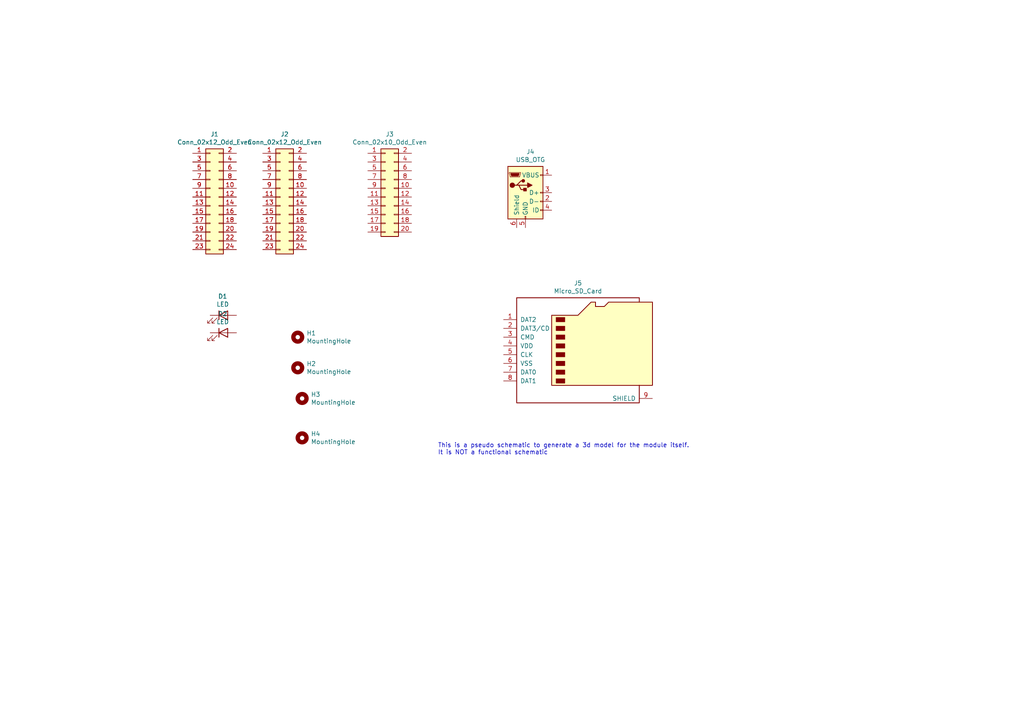
<source format=kicad_sch>
(kicad_sch (version 20210126) (generator eeschema)
  (paper "A4")
  (title_block (title "NanoPi Neo Core Rev-eng"))
  (lib_symbols
    (symbol "Connector:Micro_SD_Card" (pin_names (offset 1.016))
      (property "Reference" "J" (at -16.51 15.24 0))
      (property "Value" "Micro_SD_Card" (at 16.51 15.24 0))
      (symbol "Micro_SD_Card_0_1"
        (rectangle (start -7.62 -9.525) (end -5.08 -10.795) (fill (type outline)))
        (rectangle (start -7.62 -6.985) (end -5.08 -8.255) (fill (type outline)))
        (rectangle (start -7.62 -4.445) (end -5.08 -5.715) (fill (type outline)))
        (rectangle (start -7.62 -1.905) (end -5.08 -3.175) (fill (type outline)))
        (rectangle (start -7.62 0.635) (end -5.08 -0.635) (fill (type outline)))
        (rectangle (start -7.62 3.175) (end -5.08 1.905) (fill (type outline)))
        (rectangle (start -7.62 5.715) (end -5.08 4.445) (fill (type outline)))
        (rectangle (start -7.62 8.255) (end -5.08 6.985) (fill (type outline)))
        (polyline (pts (xy 16.51 12.7) (xy 16.51 13.97) (xy -19.05 13.97) (xy -19.05 -16.51) (xy 16.51 -16.51) (xy 16.51 -11.43)) (stroke (width 0.254)))
        (polyline (pts (xy -8.89 -11.43) (xy -8.89 8.89) (xy -1.27 8.89) (xy 2.54 12.7) (xy 3.81 12.7) (xy 3.81 11.43) (xy 6.35 11.43) (xy 7.62 12.7) (xy 20.32 12.7) (xy 20.32 -11.43) (xy -8.89 -11.43)) (stroke (width 0.254)) (fill (type background)))
      )
      (symbol "Micro_SD_Card_1_1"
        (pin bidirectional line (at -22.86 7.62 0) (length 3.81) (name "DAT2") (number "1"))
        (pin bidirectional line (at -22.86 5.08 0) (length 3.81) (name "DAT3/CD") (number "2"))
        (pin input line (at -22.86 2.54 0) (length 3.81) (name "CMD") (number "3"))
        (pin power_in line (at -22.86 0 0) (length 3.81) (name "VDD") (number "4"))
        (pin input line (at -22.86 -2.54 0) (length 3.81) (name "CLK") (number "5"))
        (pin power_in line (at -22.86 -5.08 0) (length 3.81) (name "VSS") (number "6"))
        (pin bidirectional line (at -22.86 -7.62 0) (length 3.81) (name "DAT0") (number "7"))
        (pin bidirectional line (at -22.86 -10.16 0) (length 3.81) (name "DAT1") (number "8"))
        (pin passive line (at 20.32 -15.24 180) (length 3.81) (name "SHIELD") (number "9"))
      )
    )
    (symbol "Connector:USB_OTG" (pin_names (offset 1.016))
      (property "Reference" "J" (at -5.08 11.43 0))
      (property "Value" "USB_OTG" (at -5.08 8.89 0))
      (symbol "USB_OTG_0_1"
        (circle (center -3.81 2.159) (radius 0.635) (stroke (width 0.254)) (fill (type outline)))
        (circle (center -0.635 3.429) (radius 0.381) (stroke (width 0.254)) (fill (type outline)))
        (rectangle (start -5.08 -7.62) (end 5.08 7.62) (stroke (width 0.254)) (fill (type background)))
        (rectangle (start -0.127 -7.62) (end 0.127 -6.858))
        (rectangle (start 0.254 1.27) (end -0.508 0.508) (stroke (width 0.254)) (fill (type outline)))
        (rectangle (start 5.08 -5.207) (end 4.318 -4.953))
        (rectangle (start 5.08 -2.667) (end 4.318 -2.413))
        (rectangle (start 5.08 -0.127) (end 4.318 0.127))
        (rectangle (start 5.08 4.953) (end 4.318 5.207))
        (polyline (pts (xy -1.905 2.159) (xy 0.635 2.159)) (stroke (width 0.254)))
        (polyline (pts (xy -3.175 2.159) (xy -2.54 2.159) (xy -1.27 3.429) (xy -0.635 3.429)) (stroke (width 0.254)))
        (polyline (pts (xy -2.54 2.159) (xy -1.905 2.159) (xy -1.27 0.889) (xy 0 0.889)) (stroke (width 0.254)))
        (polyline (pts (xy 0.635 2.794) (xy 0.635 1.524) (xy 1.905 2.159) (xy 0.635 2.794)) (stroke (width 0.254)) (fill (type outline)))
        (polyline (pts (xy -4.318 5.588) (xy -1.778 5.588) (xy -2.032 4.826) (xy -4.064 4.826) (xy -4.318 5.588)) (fill (type outline)))
        (polyline (pts (xy -4.699 5.842) (xy -4.699 5.588) (xy -4.445 4.826) (xy -4.445 4.572) (xy -1.651 4.572) (xy -1.651 4.826) (xy -1.397 5.588) (xy -1.397 5.842) (xy -4.699 5.842)))
      )
      (symbol "USB_OTG_1_1"
        (pin passive line (at 7.62 5.08 180) (length 2.54) (name "VBUS") (number "1"))
        (pin bidirectional line (at 7.62 -2.54 180) (length 2.54) (name "D-") (number "2"))
        (pin bidirectional line (at 7.62 0 180) (length 2.54) (name "D+") (number "3"))
        (pin passive line (at 7.62 -5.08 180) (length 2.54) (name "ID") (number "4"))
        (pin passive line (at 0 -10.16 90) (length 2.54) (name "GND") (number "5"))
        (pin passive line (at -2.54 -10.16 90) (length 2.54) (name "Shield") (number "6"))
      )
    )
    (symbol "Connector_Generic:Conn_02x10_Odd_Even" (pin_names (offset 1.016) hide)
      (property "Reference" "J" (at 1.27 12.7 0))
      (property "Value" "Conn_02x10_Odd_Even" (at 1.27 -15.24 0))
      (symbol "Conn_02x10_Odd_Even_1_1"
        (rectangle (start -1.27 -4.953) (end 0 -5.207) (stroke (width 0.1524)))
        (rectangle (start -1.27 -7.493) (end 0 -7.747) (stroke (width 0.1524)))
        (rectangle (start -1.27 -10.033) (end 0 -10.287) (stroke (width 0.1524)))
        (rectangle (start -1.27 -12.573) (end 0 -12.827) (stroke (width 0.1524)))
        (rectangle (start -1.27 -2.413) (end 0 -2.667) (stroke (width 0.1524)))
        (rectangle (start -1.27 2.667) (end 0 2.413) (stroke (width 0.1524)))
        (rectangle (start -1.27 5.207) (end 0 4.953) (stroke (width 0.1524)))
        (rectangle (start -1.27 7.747) (end 0 7.493) (stroke (width 0.1524)))
        (rectangle (start -1.27 10.287) (end 0 10.033) (stroke (width 0.1524)))
        (rectangle (start -1.27 11.43) (end 3.81 -13.97) (stroke (width 0.254)) (fill (type background)))
        (rectangle (start -1.27 0.127) (end 0 -0.127) (stroke (width 0.1524)))
        (rectangle (start 3.81 -4.953) (end 2.54 -5.207) (stroke (width 0.1524)))
        (rectangle (start 3.81 -7.493) (end 2.54 -7.747) (stroke (width 0.1524)))
        (rectangle (start 3.81 -10.033) (end 2.54 -10.287) (stroke (width 0.1524)))
        (rectangle (start 3.81 -12.573) (end 2.54 -12.827) (stroke (width 0.1524)))
        (rectangle (start 3.81 -2.413) (end 2.54 -2.667) (stroke (width 0.1524)))
        (rectangle (start 3.81 2.667) (end 2.54 2.413) (stroke (width 0.1524)))
        (rectangle (start 3.81 5.207) (end 2.54 4.953) (stroke (width 0.1524)))
        (rectangle (start 3.81 7.747) (end 2.54 7.493) (stroke (width 0.1524)))
        (rectangle (start 3.81 10.287) (end 2.54 10.033) (stroke (width 0.1524)))
        (rectangle (start 3.81 0.127) (end 2.54 -0.127) (stroke (width 0.1524)))
        (pin passive line (at -5.08 10.16 0) (length 3.81) (name "Pin_1") (number "1"))
        (pin passive line (at 7.62 0 180) (length 3.81) (name "Pin_10") (number "10"))
        (pin passive line (at -5.08 -2.54 0) (length 3.81) (name "Pin_11") (number "11"))
        (pin passive line (at 7.62 -2.54 180) (length 3.81) (name "Pin_12") (number "12"))
        (pin passive line (at -5.08 -5.08 0) (length 3.81) (name "Pin_13") (number "13"))
        (pin passive line (at 7.62 -5.08 180) (length 3.81) (name "Pin_14") (number "14"))
        (pin passive line (at -5.08 -7.62 0) (length 3.81) (name "Pin_15") (number "15"))
        (pin passive line (at 7.62 -7.62 180) (length 3.81) (name "Pin_16") (number "16"))
        (pin passive line (at -5.08 -10.16 0) (length 3.81) (name "Pin_17") (number "17"))
        (pin passive line (at 7.62 -10.16 180) (length 3.81) (name "Pin_18") (number "18"))
        (pin passive line (at -5.08 -12.7 0) (length 3.81) (name "Pin_19") (number "19"))
        (pin passive line (at 7.62 10.16 180) (length 3.81) (name "Pin_2") (number "2"))
        (pin passive line (at 7.62 -12.7 180) (length 3.81) (name "Pin_20") (number "20"))
        (pin passive line (at -5.08 7.62 0) (length 3.81) (name "Pin_3") (number "3"))
        (pin passive line (at 7.62 7.62 180) (length 3.81) (name "Pin_4") (number "4"))
        (pin passive line (at -5.08 5.08 0) (length 3.81) (name "Pin_5") (number "5"))
        (pin passive line (at 7.62 5.08 180) (length 3.81) (name "Pin_6") (number "6"))
        (pin passive line (at -5.08 2.54 0) (length 3.81) (name "Pin_7") (number "7"))
        (pin passive line (at 7.62 2.54 180) (length 3.81) (name "Pin_8") (number "8"))
        (pin passive line (at -5.08 0 0) (length 3.81) (name "Pin_9") (number "9"))
      )
    )
    (symbol "Connector_Generic:Conn_02x12_Odd_Even" (pin_names (offset 1.016) hide)
      (property "Reference" "J" (at 1.27 15.24 0))
      (property "Value" "Conn_02x12_Odd_Even" (at 1.27 -17.78 0))
      (symbol "Conn_02x12_Odd_Even_1_1"
        (rectangle (start -1.27 -4.953) (end 0 -5.207) (stroke (width 0.1524)))
        (rectangle (start -1.27 -7.493) (end 0 -7.747) (stroke (width 0.1524)))
        (rectangle (start -1.27 -10.033) (end 0 -10.287) (stroke (width 0.1524)))
        (rectangle (start -1.27 -12.573) (end 0 -12.827) (stroke (width 0.1524)))
        (rectangle (start -1.27 -15.113) (end 0 -15.367) (stroke (width 0.1524)))
        (rectangle (start -1.27 -2.413) (end 0 -2.667) (stroke (width 0.1524)))
        (rectangle (start -1.27 2.667) (end 0 2.413) (stroke (width 0.1524)))
        (rectangle (start -1.27 5.207) (end 0 4.953) (stroke (width 0.1524)))
        (rectangle (start -1.27 7.747) (end 0 7.493) (stroke (width 0.1524)))
        (rectangle (start -1.27 10.287) (end 0 10.033) (stroke (width 0.1524)))
        (rectangle (start -1.27 0.127) (end 0 -0.127) (stroke (width 0.1524)))
        (rectangle (start -1.27 12.827) (end 0 12.573) (stroke (width 0.1524)))
        (rectangle (start -1.27 13.97) (end 3.81 -16.51) (stroke (width 0.254)) (fill (type background)))
        (rectangle (start 3.81 -4.953) (end 2.54 -5.207) (stroke (width 0.1524)))
        (rectangle (start 3.81 -7.493) (end 2.54 -7.747) (stroke (width 0.1524)))
        (rectangle (start 3.81 -10.033) (end 2.54 -10.287) (stroke (width 0.1524)))
        (rectangle (start 3.81 -12.573) (end 2.54 -12.827) (stroke (width 0.1524)))
        (rectangle (start 3.81 -15.113) (end 2.54 -15.367) (stroke (width 0.1524)))
        (rectangle (start 3.81 -2.413) (end 2.54 -2.667) (stroke (width 0.1524)))
        (rectangle (start 3.81 2.667) (end 2.54 2.413) (stroke (width 0.1524)))
        (rectangle (start 3.81 5.207) (end 2.54 4.953) (stroke (width 0.1524)))
        (rectangle (start 3.81 7.747) (end 2.54 7.493) (stroke (width 0.1524)))
        (rectangle (start 3.81 10.287) (end 2.54 10.033) (stroke (width 0.1524)))
        (rectangle (start 3.81 0.127) (end 2.54 -0.127) (stroke (width 0.1524)))
        (rectangle (start 3.81 12.827) (end 2.54 12.573) (stroke (width 0.1524)))
        (pin passive line (at -5.08 12.7 0) (length 3.81) (name "Pin_1") (number "1"))
        (pin passive line (at 7.62 2.54 180) (length 3.81) (name "Pin_10") (number "10"))
        (pin passive line (at -5.08 0 0) (length 3.81) (name "Pin_11") (number "11"))
        (pin passive line (at 7.62 0 180) (length 3.81) (name "Pin_12") (number "12"))
        (pin passive line (at -5.08 -2.54 0) (length 3.81) (name "Pin_13") (number "13"))
        (pin passive line (at 7.62 -2.54 180) (length 3.81) (name "Pin_14") (number "14"))
        (pin passive line (at -5.08 -5.08 0) (length 3.81) (name "Pin_15") (number "15"))
        (pin passive line (at 7.62 -5.08 180) (length 3.81) (name "Pin_16") (number "16"))
        (pin passive line (at -5.08 -7.62 0) (length 3.81) (name "Pin_17") (number "17"))
        (pin passive line (at 7.62 -7.62 180) (length 3.81) (name "Pin_18") (number "18"))
        (pin passive line (at -5.08 -10.16 0) (length 3.81) (name "Pin_19") (number "19"))
        (pin passive line (at 7.62 12.7 180) (length 3.81) (name "Pin_2") (number "2"))
        (pin passive line (at 7.62 -10.16 180) (length 3.81) (name "Pin_20") (number "20"))
        (pin passive line (at -5.08 -12.7 0) (length 3.81) (name "Pin_21") (number "21"))
        (pin passive line (at 7.62 -12.7 180) (length 3.81) (name "Pin_22") (number "22"))
        (pin passive line (at -5.08 -15.24 0) (length 3.81) (name "Pin_23") (number "23"))
        (pin passive line (at 7.62 -15.24 180) (length 3.81) (name "Pin_24") (number "24"))
        (pin passive line (at -5.08 10.16 0) (length 3.81) (name "Pin_3") (number "3"))
        (pin passive line (at 7.62 10.16 180) (length 3.81) (name "Pin_4") (number "4"))
        (pin passive line (at -5.08 7.62 0) (length 3.81) (name "Pin_5") (number "5"))
        (pin passive line (at 7.62 7.62 180) (length 3.81) (name "Pin_6") (number "6"))
        (pin passive line (at -5.08 5.08 0) (length 3.81) (name "Pin_7") (number "7"))
        (pin passive line (at 7.62 5.08 180) (length 3.81) (name "Pin_8") (number "8"))
        (pin passive line (at -5.08 2.54 0) (length 3.81) (name "Pin_9") (number "9"))
      )
    )
    (symbol "Device:LED" (pin_numbers hide) (pin_names (offset 1.016) hide)
      (property "Reference" "D" (at 0 2.54 0))
      (property "Value" "LED" (at 0 -2.54 0))
      (symbol "LED_0_1"
        (polyline (pts (xy -1.27 -1.27) (xy -1.27 1.27)) (stroke (width 0.254)))
        (polyline (pts (xy -1.27 0) (xy 1.27 0)))
        (polyline (pts (xy 1.27 -1.27) (xy 1.27 1.27) (xy -1.27 0) (xy 1.27 -1.27)) (stroke (width 0.254)))
        (polyline (pts (xy -3.048 -0.762) (xy -4.572 -2.286) (xy -3.81 -2.286) (xy -4.572 -2.286) (xy -4.572 -1.524)))
        (polyline (pts (xy -1.778 -0.762) (xy -3.302 -2.286) (xy -2.54 -2.286) (xy -3.302 -2.286) (xy -3.302 -1.524)))
      )
      (symbol "LED_1_1"
        (pin passive line (at -3.81 0 0) (length 2.54) (name "K") (number "1"))
        (pin passive line (at 3.81 0 180) (length 2.54) (name "A") (number "2"))
      )
    )
    (symbol "Mechanical:MountingHole" (pin_names (offset 1.016))
      (property "Reference" "H" (at 0 5.08 0))
      (property "Value" "MountingHole" (at 0 3.175 0))
      (symbol "MountingHole_0_1"
        (circle (center 0 0) (radius 1.27) (stroke (width 1.27)))
      )
    )
  )
  (text "This is a pseudo schematic to generate a 3d model for the module itself.\nIt is NOT a functional schematic" (at 127 132.08 0) (effects (font (size 1.27 1.27)) (justify left bottom)))
  (symbol (lib_id "Mechanical:MountingHole") (at 86.36 97.79 0) (unit 1)
    (property "Reference" "H1" (at 88.9 96.6216 0) (effects (justify left)))
    (property "Value" "MountingHole" (at 88.9 98.933 0) (effects (justify left)))
    (property "Footprint" "MountingHole:MountingHole_2.2mm_M2" (effects hide))
  )
  (symbol (lib_id "Mechanical:MountingHole") (at 86.36 106.68 0) (unit 1)
    (property "Reference" "H2" (at 88.9 105.5116 0) (effects (justify left)))
    (property "Value" "MountingHole" (at 88.9 107.823 0) (effects (justify left)))
    (property "Footprint" "MountingHole:MountingHole_2.2mm_M2" (effects hide))
  )
  (symbol (lib_id "Mechanical:MountingHole") (at 87.63 115.57 0) (unit 1)
    (property "Reference" "H3" (at 90.17 114.4016 0) (effects (justify left)))
    (property "Value" "MountingHole" (at 90.17 116.713 0) (effects (justify left)))
    (property "Footprint" "MountingHole:MountingHole_2.2mm_M2" (effects hide))
  )
  (symbol (lib_id "Mechanical:MountingHole") (at 87.63 127 0) (unit 1)
    (property "Reference" "H4" (at 90.17 125.8316 0) (effects (justify left)))
    (property "Value" "MountingHole" (at 90.17 128.143 0) (effects (justify left)))
    (property "Footprint" "MountingHole:MountingHole_2.2mm_M2" (effects hide))
  )
  (symbol (lib_id "Device:LED") (at 64.77 91.44 0) (unit 1)
    (property "Reference" "D1" (at 64.5922 85.9536 0))
    (property "Value" "LED" (at 64.5922 88.265 0))
    (property "Footprint" "LED_SMD:LED_0603_1608Metric_Castellated" (effects hide))
  )
  (symbol (lib_id "Device:LED") (at 64.77 96.52 0) (unit 1)
    (property "Reference" "D2" (at 64.5922 91.0336 0))
    (property "Value" "LED" (at 64.5922 93.345 0))
    (property "Footprint" "LED_SMD:LED_0603_1608Metric_Castellated" (effects hide))
  )
  (symbol (lib_id "Connector:USB_OTG") (at 152.4 55.88 0) (unit 1)
    (property "Reference" "J4" (at 153.8478 44.0182 0))
    (property "Value" "USB_OTG" (at 153.8478 46.3296 0))
    (property "Footprint" "Connector_USB:USB_Micro-B_Molex_47346-0001" (effects hide))
    (property "Datasheet" " ~" (effects hide))
  )
  (symbol (lib_id "Connector_Generic:Conn_02x10_Odd_Even") (at 111.76 54.61 0) (unit 1)
    (property "Reference" "J3" (at 113.03 38.9382 0))
    (property "Value" "Conn_02x10_Odd_Even" (at 113.03 41.2496 0))
    (property "Footprint" "Connector_PinHeader_2.54mm:PinHeader_2x10_P2.54mm_Vertical" (effects hide))
  )
  (symbol (lib_id "Connector_Generic:Conn_02x12_Odd_Even") (at 60.96 57.15 0) (unit 1)
    (property "Reference" "J1" (at 62.23 38.9382 0))
    (property "Value" "Conn_02x12_Odd_Even" (at 62.23 41.2496 0))
    (property "Footprint" "Connector_PinHeader_2.54mm:PinHeader_2x12_P2.54mm_Vertical" (effects hide))
  )
  (symbol (lib_id "Connector_Generic:Conn_02x12_Odd_Even") (at 81.28 57.15 0) (unit 1)
    (property "Reference" "J2" (at 82.55 38.9382 0))
    (property "Value" "Conn_02x12_Odd_Even" (at 82.55 41.2496 0))
    (property "Footprint" "Connector_PinHeader_2.54mm:PinHeader_2x12_P2.54mm_Vertical" (effects hide))
  )
  (symbol (lib_id "Connector:Micro_SD_Card") (at 168.91 100.33 0) (unit 1)
    (property "Reference" "J5" (at 167.64 82.1182 0))
    (property "Value" "Micro_SD_Card" (at 167.64 84.4296 0))
    (property "Footprint" "Connector_Card:microSD_HC_Hirose_DM3D-SF" (effects hide))
    (property "Datasheet" "http://katalog.we-online.de/em/datasheet/693072010801.pdf" (effects hide))
  )
)
</source>
